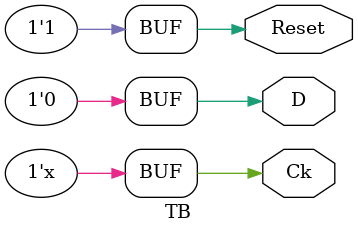
<source format=v>


module TB (Ck,D, Reset);

output Ck;
output D;
output Reset;

reg Ck;
reg D;
reg Reset;


initial
begin   
	 Reset = 0;
     Ck = 0;
     D  = 0;
 #5  D  = 1;
 #30 D  = 0;
 #2  D  = 1;
 #8  D  = 0;
 #30 Reset = 1;
 end
 
 always  #10 Ck <= ~Ck;

endmodule


</source>
